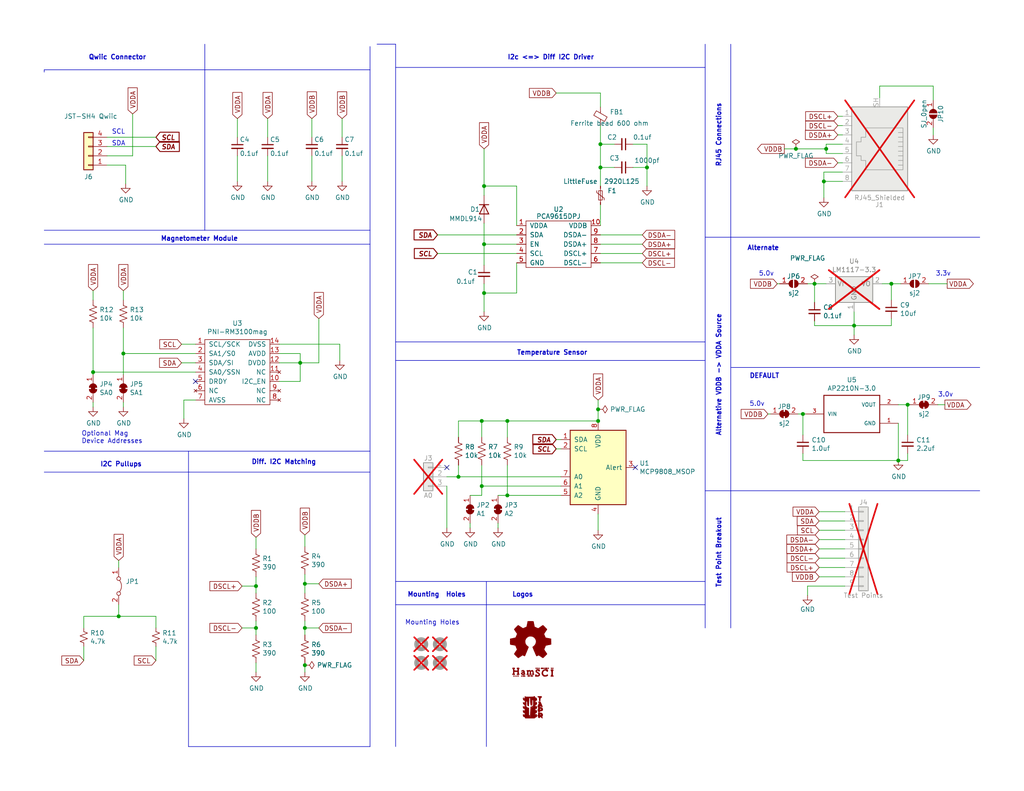
<source format=kicad_sch>
(kicad_sch (version 20230121) (generator eeschema)
  (paper "A")
  (title_block (title "RM3100Remote") (date "2023-10-09") (rev "0.0.6") (company "WWR Development, LLC"))
  (lib_symbols
    (symbol "AP2210N-3.0TRG1:AP2210N-3.0TRG1" (pin_names (offset 1.016))
      (property "Reference" "U" (at -7.366 5.334 0))
      (property "Value" "AP2210N-3.0TRG1" (at -7.366 -6.858 0))
      (symbol "AP2210N-3.0TRG1_0_0"
        (pin power_in line (at 12.7 -2.54 180) (length 5.08) (name "GND") (number "1"))
        (pin output line (at 12.7 2.54 180) (length 5.08) (name "VOUT") (number "2"))
        (pin input line (at -12.7 0 0) (length 5.08) (name "VIN") (number "3"))
      )
    )
    (symbol "Connector:RJ45_Shielded" (pin_names (offset 1.016))
      (property "Reference" "J" (at -5.08 13.97 0))
      (property "Value" "RJ45_Shielded" (at 2.54 13.97 0))
      (symbol "RJ45_Shielded_1_1"
        (pin passive line (at 10.16 -7.62 180) (length 2.54) (name "~") (number "1"))
        (pin passive line (at 10.16 -5.08 180) (length 2.54) (name "~") (number "2"))
        (pin passive line (at 10.16 -2.54 180) (length 2.54) (name "~") (number "3"))
        (pin passive line (at 10.16 0 180) (length 2.54) (name "~") (number "4"))
        (pin passive line (at 10.16 2.54 180) (length 2.54) (name "~") (number "5"))
        (pin passive line (at 10.16 5.08 180) (length 2.54) (name "~") (number "6"))
        (pin passive line (at 10.16 7.62 180) (length 2.54) (name "~") (number "7"))
        (pin passive line (at 10.16 10.16 180) (length 2.54) (name "~") (number "8"))
        (pin passive line (at 0 -12.7 90) (length 2.54) (name "~") (number "SH"))
      )
    )
    (symbol "Connector_Generic:Conn_01x03" (pin_names (offset 1.016) hide)
      (property "Reference" "J" (at 0 5.08 0))
      (property "Value" "Conn_01x03" (at 0 -5.08 0))
      (symbol "Conn_01x03_1_1"
        (pin passive line (at -5.08 2.54 0) (length 3.81) (name "Pin_1") (number "1"))
        (pin passive line (at -5.08 0 0) (length 3.81) (name "Pin_2") (number "2"))
        (pin passive line (at -5.08 -2.54 0) (length 3.81) (name "Pin_3") (number "3"))
      )
    )
    (symbol "Connector_Generic:Conn_01x04" (pin_names (offset 1.016) hide)
      (property "Reference" "J" (at 0 5.08 0))
      (property "Value" "Conn_01x04" (at 0 -7.62 0))
      (symbol "Conn_01x04_1_1"
        (pin passive line (at -5.08 2.54 0) (length 3.81) (name "Pin_1") (number "1"))
        (pin passive line (at -5.08 0 0) (length 3.81) (name "Pin_2") (number "2"))
        (pin passive line (at -5.08 -2.54 0) (length 3.81) (name "Pin_3") (number "3"))
        (pin passive line (at -5.08 -5.08 0) (length 3.81) (name "Pin_4") (number "4"))
      )
    )
    (symbol "Connector_Generic:Conn_01x09" (pin_names (offset 1.016) hide)
      (property "Reference" "J" (at 0 12.7 0))
      (property "Value" "Conn_01x09" (at 0 -12.7 0))
      (symbol "Conn_01x09_1_1"
        (pin passive line (at -5.08 10.16 0) (length 3.81) (name "Pin_1") (number "1"))
        (pin passive line (at -5.08 7.62 0) (length 3.81) (name "Pin_2") (number "2"))
        (pin passive line (at -5.08 5.08 0) (length 3.81) (name "Pin_3") (number "3"))
        (pin passive line (at -5.08 2.54 0) (length 3.81) (name "Pin_4") (number "4"))
        (pin passive line (at -5.08 0 0) (length 3.81) (name "Pin_5") (number "5"))
        (pin passive line (at -5.08 -2.54 0) (length 3.81) (name "Pin_6") (number "6"))
        (pin passive line (at -5.08 -5.08 0) (length 3.81) (name "Pin_7") (number "7"))
        (pin passive line (at -5.08 -7.62 0) (length 3.81) (name "Pin_8") (number "8"))
        (pin passive line (at -5.08 -10.16 0) (length 3.81) (name "Pin_9") (number "9"))
      )
    )
    (symbol "Device:C_Small" (pin_numbers hide) (pin_names (offset 0.254) hide)
      (property "Reference" "C" (at 0.254 1.778 0))
      (property "Value" "C_Small" (at 0.254 -2.032 0))
      (symbol "C_Small_1_1"
        (pin passive line (at 0 2.54 270) (length 2.032) (name "~") (number "1"))
        (pin passive line (at 0 -2.54 90) (length 2.032) (name "~") (number "2"))
      )
    )
    (symbol "Device:FerriteBead_Small" (pin_numbers hide) (pin_names (offset 0))
      (property "Reference" "FB" (at 1.905 1.27 0))
      (property "Value" "FerriteBead_Small" (at 1.905 -1.27 0))
      (symbol "FerriteBead_Small_1_1"
        (pin passive line (at 0 2.54 270) (length 1.27) (name "~") (number "1"))
        (pin passive line (at 0 -2.54 90) (length 1.27) (name "~") (number "2"))
      )
    )
    (symbol "Device:Polyfuse_Small" (pin_numbers hide) (pin_names (offset 0))
      (property "Reference" "F" (at -1.905 0 90))
      (property "Value" "Polyfuse_Small" (at 1.905 0 90))
      (symbol "Polyfuse_Small_1_1"
        (pin passive line (at 0 2.54 270) (length 0.635) (name "~") (number "1"))
        (pin passive line (at 0 -2.54 90) (length 0.635) (name "~") (number "2"))
      )
    )
    (symbol "Device:R_Small_US" (pin_numbers hide) (pin_names (offset 0.254) hide)
      (property "Reference" "R" (at 0.762 0.508 0))
      (property "Value" "R_Small_US" (at 0.762 -1.016 0))
      (symbol "R_Small_US_1_1"
        (pin passive line (at 0 2.54 270) (length 1.016) (name "~") (number "1"))
        (pin passive line (at 0 -2.54 90) (length 1.016) (name "~") (number "2"))
      )
    )
    (symbol "Device:R_US" (pin_numbers hide) (pin_names (offset 0))
      (property "Reference" "R" (at 2.54 0 90))
      (property "Value" "R_US" (at -2.54 0 90))
      (symbol "R_US_1_1"
        (pin passive line (at 0 3.81 270) (length 1.27) (name "~") (number "1"))
        (pin passive line (at 0 -3.81 90) (length 1.27) (name "~") (number "2"))
      )
    )
    (symbol "Diode:1N4148" (pin_numbers hide) (pin_names hide)
      (property "Reference" "D" (at 0 2.54 0))
      (property "Value" "1N4148" (at 0 -2.54 0))
      (symbol "1N4148_1_1"
        (pin passive line (at -3.81 0 0) (length 2.54) (name "K") (number "1"))
        (pin passive line (at 3.81 0 180) (length 2.54) (name "A") (number "2"))
      )
    )
    (symbol "Graphic:Logo_Open_Hardware_Small" (in_bom no) (on_board no))
    (symbol "HamSCI Logos:LOGO" (pin_names (offset 1.016)))
    (symbol "Jumper:Jumper_2_Bridged" (pin_names (offset 0) hide)
      (property "Reference" "JP" (at 0 1.905 0))
      (property "Value" "Jumper_2_Bridged" (at 0 -2.54 0))
      (symbol "Jumper_2_Bridged_1_1"
        (pin passive line (at -5.08 0 0) (length 2.54) (name "A") (number "1"))
        (pin passive line (at 5.08 0 180) (length 2.54) (name "B") (number "2"))
      )
    )
    (symbol "Jumper:SolderJumper_2_Bridged" (pin_names (offset 0) hide)
      (property "Reference" "JP" (at 0 2.032 0))
      (property "Value" "SolderJumper_2_Bridged" (at 0 -2.54 0))
      (symbol "SolderJumper_2_Bridged_1_1"
        (pin passive line (at -3.81 0 0) (length 2.54) (name "A") (number "1"))
        (pin passive line (at 3.81 0 180) (length 2.54) (name "B") (number "2"))
      )
    )
    (symbol "Jumper:SolderJumper_2_Open" (pin_names (offset 0) hide)
      (property "Reference" "JP" (at 0 2.032 0))
      (property "Value" "SolderJumper_2_Open" (at 0 -2.54 0))
      (symbol "SolderJumper_2_Open_1_1"
        (pin passive line (at -3.81 0 0) (length 2.54) (name "A") (number "1"))
        (pin passive line (at 3.81 0 180) (length 2.54) (name "B") (number "2"))
      )
    )
    (symbol "Mechanical:MountingHole" (pin_names (offset 1.016))
      (property "Reference" "H" (at 0 5.08 0))
      (property "Value" "MountingHole" (at 0 3.175 0))
    )
    (symbol "Regulator_Linear:LM1117MP-3.3"
      (property "Reference" "U" (at -3.81 3.175 0))
      (property "Value" "LM1117MP-3.3" (at 0 3.175 0))
      (symbol "LM1117MP-3.3_1_1"
        (pin power_in line (at 0 -7.62 90) (length 2.54) (name "GND") (number "1"))
        (pin power_out line (at 7.62 0 180) (length 2.54) (name "VO") (number "2"))
        (pin power_in line (at -7.62 0 0) (length 2.54) (name "VI") (number "3"))
      )
    )
    (symbol "Sensor_Temp_Lib:MCP9808_MSOP" (pin_names (offset 1.016))
      (property "Reference" "U" (at -6.35 11.43 0))
      (property "Value" "MCP9808_MSOP" (at 10.16 11.43 0))
      (symbol "MCP9808_MSOP_1_1"
        (pin bidirectional line (at -10.16 7.62 0) (length 2.54) (name "SDA") (number "1"))
        (pin input line (at -10.16 5.08 0) (length 2.54) (name "SCL") (number "2"))
        (pin unspecified line (at 10.16 0 180) (length 2.54) (name "Alert") (number "3"))
        (pin power_in line (at 0 -12.7 90) (length 2.54) (name "GND") (number "4"))
        (pin input line (at -10.16 -7.62 0) (length 2.54) (name "A2") (number "5"))
        (pin input line (at -10.16 -5.08 0) (length 2.54) (name "A1") (number "6"))
        (pin input line (at -10.16 -2.54 0) (length 2.54) (name "A0") (number "7"))
        (pin power_in line (at 0 12.7 270) (length 2.54) (name "VDD") (number "8"))
      )
    )
    (symbol "TAPR Logos:LOGO" (pin_names (offset 1.016)))
    (symbol "interface_local:PCA9615DPJ" (pin_names (offset 1.016))
      (property "Reference" "U" (at 0 9.525 0))
      (property "Value" "PCA9615DPJ" (at 0 -8.89 0))
      (symbol "PCA9615DPJ_1_1"
        (pin input line (at -11.43 5.08 0) (length 2.54) (name "VDDA") (number "1"))
        (pin input line (at 11.43 5.08 180) (length 2.54) (name "VDDB") (number "10"))
        (pin input line (at -11.43 2.54 0) (length 2.54) (name "SDA") (number "2"))
        (pin input line (at -11.43 0 0) (length 2.54) (name "EN") (number "3"))
        (pin input line (at -11.43 -2.54 0) (length 2.54) (name "SCL") (number "4"))
        (pin input line (at -11.43 -5.08 0) (length 2.54) (name "GND") (number "5"))
        (pin input line (at 11.43 -5.08 180) (length 2.54) (name "DSCL-") (number "6"))
        (pin bidirectional line (at 11.43 -2.54 180) (length 2.54) (name "DSCL+") (number "7"))
        (pin input line (at 11.43 0 180) (length 2.54) (name "DSDA+") (number "8"))
        (pin input line (at 11.43 2.54 180) (length 2.54) (name "DSDA-") (number "9"))
      )
    )
    (symbol "interface_local:PNI-RM3100mag" (pin_names (offset 1.016))
      (property "Reference" "U" (at 0 9.525 0))
      (property "Value" "PNI-RM3100mag" (at 0 -13.97 0))
      (symbol "PNI-RM3100mag_1_1"
        (pin passive line (at -11.43 5.08 0) (length 2.54) (name "SCL/SCK") (number "1"))
        (pin passive line (at 11.43 -5.08 180) (length 2.54) (name "I2C_EN") (number "10"))
        (pin no_connect line (at 11.43 -2.54 180) (length 2.54) (name "NC") (number "11"))
        (pin passive line (at 11.43 0 180) (length 2.54) (name "DVDD") (number "12"))
        (pin passive line (at 11.43 2.54 180) (length 2.54) (name "AVDD") (number "13"))
        (pin passive line (at 11.43 5.08 180) (length 2.54) (name "DVSS") (number "14"))
        (pin passive line (at -11.43 2.54 0) (length 2.54) (name "SA1/S0") (number "2"))
        (pin passive line (at -11.43 0 0) (length 2.54) (name "SDA/SI") (number "3"))
        (pin passive line (at -11.43 -2.54 0) (length 2.54) (name "SA0/SSN") (number "4"))
        (pin output line (at -11.43 -5.08 0) (length 2.54) (name "DRDY") (number "5"))
        (pin no_connect line (at -11.43 -7.62 0) (length 2.54) (name "NC") (number "6"))
        (pin passive line (at -11.43 -10.16 0) (length 2.54) (name "AVSS") (number "7"))
        (pin no_connect line (at 11.43 -10.16 180) (length 2.54) (name "NC") (number "8"))
        (pin no_connect line (at 11.43 -7.62 180) (length 2.54) (name "NC") (number "9"))
      )
    )
    (symbol "power:GND" (power) (pin_names (offset 0))
      (property "Value" "GND" (at 0 -3.81 0))
      (symbol "GND_1_1"
        (pin power_in line (at 0 0 270) (length 0) hide (name "GND") (number "1"))
      )
    )
    (symbol "power:PWR_FLAG" (power) (pin_numbers hide) (pin_names (offset 0) hide)
      (property "Value" "PWR_FLAG" (at 0 3.81 0))
      (symbol "PWR_FLAG_0_0"
        (pin power_out line (at 0 0 90) (length 0) (name "pwr") (number "1"))
      )
    )
  )
  (junction (at 25.4 101.6))
  (junction (at 243.205 77.47))
  (junction (at 245.11 125.73))
  (junction (at 163.195 114.935))
  (junction (at 163.195 111.76))
  (junction (at 83.185 181.61))
  (junction (at 132.08 50.8))
  (junction (at 69.85 160.02))
  (junction (at 125.095 130.175))
  (junction (at 163.83 39.37))
  (junction (at 83.185 171.45))
  (junction (at 217.17 40.64))
  (junction (at 32.385 168.275))
  (junction (at 81.915 99.06))
  (junction (at 247.65 110.49))
  (junction (at 138.43 114.935))
  (junction (at 233.045 88.9))
  (junction (at 225.425 40.64))
  (junction (at 33.655 96.52))
  (junction (at 131.445 132.715))
  (junction (at 69.85 171.45))
  (junction (at 138.43 135.255))
  (junction (at 224.79 49.53))
  (junction (at 83.185 159.385))
  (junction (at 219.075 113.03))
  (junction (at 132.08 80.01))
  (junction (at 163.83 45.72))
  (junction (at 176.53 45.72))
  (junction (at 132.08 66.675))
  (junction (at 131.445 114.935))
  (junction (at 222.25 77.47))
  (no_connect (at 53.34 104.14))
  (no_connect (at 121.92 127.635))
  (no_connect (at 173.355 127.635))
  (polyline (pts (xy 12.065 123.19) (xy 100.965 123.19)))
  (wire (pts (xy 230.505 144.78) (xy 223.52 144.78)))
  (wire (pts (xy 29.21 37.465) (xy 42.545 37.465)))
  (polyline (pts (xy 55.88 12.065) (xy 55.88 62.865)))
  (polyline (pts (xy 199.39 100.33) (xy 267.335 100.33)))
  (wire (pts (xy 92.71 93.98) (xy 92.71 98.425)))
  (wire (pts (xy 225.425 39.37) (xy 229.87 39.37)))
  (wire (pts (xy 163.195 140.335) (xy 163.195 144.78)))
  (wire (pts (xy 230.505 142.24) (xy 223.52 142.24)))
  (wire (pts (xy 163.83 66.675) (xy 175.26 66.675)))
  (wire (pts (xy 230.505 152.4) (xy 223.52 152.4)))
  (polyline (pts (xy 100.965 12.7) (xy 100.965 203.835)))
  (wire (pts (xy 53.34 99.06) (xy 49.53 99.06)))
  (wire (pts (xy 132.08 80.01) (xy 132.08 85.09)))
  (wire (pts (xy 33.655 102.235) (xy 33.655 96.52)))
  (wire (pts (xy 222.25 77.47) (xy 222.25 82.55)))
  (polyline (pts (xy 51.435 203.835) (xy 51.435 123.19)))
  (wire (pts (xy 153.035 122.555) (xy 151.765 122.555)))
  (wire (pts (xy 172.72 45.72) (xy 176.53 45.72)))
  (wire (pts (xy 76.2 96.52) (xy 81.915 96.52)))
  (wire (pts (xy 247.65 110.49) (xy 247.65 118.745)))
  (wire (pts (xy 140.97 80.01) (xy 132.08 80.01)))
  (polyline (pts (xy 102.87 12.065) (xy 107.95 12.065)))
  (wire (pts (xy 213.995 40.64) (xy 217.17 40.64)))
  (wire (pts (xy 243.205 77.47) (xy 243.205 81.915)))
  (wire (pts (xy 229.87 31.75) (xy 228.6 31.75)))
  (wire (pts (xy 153.035 135.255) (xy 138.43 135.255)))
  (wire (pts (xy 132.08 77.47) (xy 132.08 80.01)))
  (wire (pts (xy 42.545 176.53) (xy 42.545 180.34)))
  (wire (pts (xy 163.195 109.22) (xy 163.195 111.76)))
  (wire (pts (xy 163.83 25.4) (xy 151.765 25.4)))
  (wire (pts (xy 132.08 66.675) (xy 132.08 72.39)))
  (wire (pts (xy 243.205 88.9) (xy 233.045 88.9)))
  (wire (pts (xy 163.83 69.215) (xy 175.26 69.215)))
  (wire (pts (xy 34.29 45.085) (xy 34.29 50.165)))
  (wire (pts (xy 83.185 149.225) (xy 83.185 146.05)))
  (polyline (pts (xy 192.405 12.065) (xy 192.405 171.45)))
  (wire (pts (xy 69.85 169.545) (xy 69.85 171.45)))
  (polyline (pts (xy 107.95 98.425) (xy 192.405 98.425)))
  (wire (pts (xy 86.995 99.06) (xy 86.995 86.995)))
  (wire (pts (xy 32.385 153.035) (xy 32.385 154.94)))
  (wire (pts (xy 153.035 132.715) (xy 131.445 132.715)))
  (wire (pts (xy 233.045 85.09) (xy 233.045 88.9)))
  (wire (pts (xy 83.185 169.545) (xy 83.185 171.45)))
  (wire (pts (xy 83.185 159.385) (xy 86.995 159.385)))
  (wire (pts (xy 230.505 139.7) (xy 223.52 139.7)))
  (wire (pts (xy 76.2 93.98) (xy 92.71 93.98)))
  (wire (pts (xy 83.185 180.975) (xy 83.185 181.61)))
  (polyline (pts (xy 107.95 93.345) (xy 192.405 93.345)))
  (wire (pts (xy 245.11 110.49) (xy 247.65 110.49)))
  (wire (pts (xy 172.72 39.37) (xy 176.53 39.37)))
  (wire (pts (xy 81.915 96.52) (xy 81.915 99.06)))
  (polyline (pts (xy 107.95 165.1) (xy 192.405 165.1)))
  (wire (pts (xy 76.2 99.06) (xy 81.915 99.06)))
  (wire (pts (xy 131.445 127) (xy 131.445 132.715)))
  (wire (pts (xy 209.55 113.03) (xy 210.185 113.03)))
  (wire (pts (xy 121.92 132.715) (xy 121.92 144.145)))
  (wire (pts (xy 69.85 171.45) (xy 69.85 173.355)))
  (wire (pts (xy 229.87 34.29) (xy 228.6 34.29)))
  (polyline (pts (xy 192.405 64.77) (xy 267.335 64.77)))
  (wire (pts (xy 219.075 113.03) (xy 219.71 113.03)))
  (wire (pts (xy 29.21 45.085) (xy 34.29 45.085)))
  (wire (pts (xy 163.195 111.76) (xy 163.195 114.935)))
  (wire (pts (xy 212.09 77.47) (xy 212.725 77.47)))
  (polyline (pts (xy 100.965 203.835) (xy 51.435 203.835)))
  (wire (pts (xy 140.97 66.675) (xy 132.08 66.675)))
  (wire (pts (xy 230.505 149.86) (xy 223.52 149.86)))
  (wire (pts (xy 233.045 88.9) (xy 233.045 91.44)))
  (wire (pts (xy 119.38 64.135) (xy 140.97 64.135)))
  (wire (pts (xy 83.185 181.61) (xy 83.185 183.515)))
  (wire (pts (xy 69.85 157.48) (xy 69.85 160.02)))
  (wire (pts (xy 81.915 99.06) (xy 81.915 104.14)))
  (wire (pts (xy 140.97 71.755) (xy 140.97 80.01)))
  (polyline (pts (xy 132.715 158.75) (xy 132.715 203.835)))
  (wire (pts (xy 224.79 46.99) (xy 224.79 49.53)))
  (wire (pts (xy 85.09 37.465) (xy 85.09 32.385)))
  (wire (pts (xy 32.385 165.1) (xy 32.385 168.275)))
  (wire (pts (xy 83.185 171.45) (xy 86.995 171.45)))
  (wire (pts (xy 217.17 40.64) (xy 225.425 40.64)))
  (wire (pts (xy 69.85 180.975) (xy 69.85 183.515)))
  (wire (pts (xy 125.095 130.175) (xy 153.035 130.175)))
  (wire (pts (xy 245.11 125.73) (xy 247.65 125.73)))
  (wire (pts (xy 222.25 88.9) (xy 233.045 88.9)))
  (wire (pts (xy 219.075 113.03) (xy 219.075 118.745)))
  (wire (pts (xy 230.505 154.94) (xy 223.52 154.94)))
  (wire (pts (xy 247.65 123.825) (xy 247.65 125.73)))
  (wire (pts (xy 25.4 109.855) (xy 25.4 111.125)))
  (polyline (pts (xy 100.965 19.05) (xy 12.065 19.05)))
  (wire (pts (xy 73.025 42.545) (xy 73.025 49.53)))
  (wire (pts (xy 163.83 39.37) (xy 163.83 45.72)))
  (wire (pts (xy 135.89 135.255) (xy 138.43 135.255)))
  (wire (pts (xy 138.43 114.935) (xy 138.43 119.38)))
  (wire (pts (xy 217.805 113.03) (xy 219.075 113.03)))
  (wire (pts (xy 33.655 109.855) (xy 33.655 111.125)))
  (wire (pts (xy 25.4 79.375) (xy 25.4 81.915)))
  (wire (pts (xy 163.83 29.21) (xy 163.83 25.4)))
  (wire (pts (xy 223.52 157.48) (xy 230.505 157.48)))
  (wire (pts (xy 83.185 171.45) (xy 83.185 173.355)))
  (wire (pts (xy 176.53 45.72) (xy 176.53 50.8)))
  (wire (pts (xy 248.285 110.49) (xy 247.65 110.49)))
  (wire (pts (xy 222.25 87.63) (xy 222.25 88.9)))
  (wire (pts (xy 219.075 125.73) (xy 245.11 125.73)))
  (wire (pts (xy 167.64 39.37) (xy 163.83 39.37)))
  (wire (pts (xy 85.09 42.545) (xy 85.09 49.53)))
  (wire (pts (xy 83.185 156.845) (xy 83.185 159.385)))
  (polyline (pts (xy 12.065 128.905) (xy 100.965 128.905)))
  (polyline (pts (xy 107.95 158.75) (xy 192.405 158.75)))
  (polyline (pts (xy 12.065 19.05) (xy 12.065 19.685)))
  (wire (pts (xy 33.655 96.52) (xy 53.34 96.52)))
  (wire (pts (xy 32.385 168.275) (xy 42.545 168.275)))
  (wire (pts (xy 243.205 86.995) (xy 243.205 88.9)))
  (wire (pts (xy 225.425 40.64) (xy 225.425 41.91)))
  (wire (pts (xy 125.095 127) (xy 125.095 130.175)))
  (wire (pts (xy 50.165 109.22) (xy 50.165 114.3)))
  (wire (pts (xy 254.635 23.495) (xy 254.635 27.305)))
  (wire (pts (xy 25.4 101.6) (xy 53.34 101.6)))
  (wire (pts (xy 255.905 110.49) (xy 257.81 110.49)))
  (wire (pts (xy 240.03 23.495) (xy 254.635 23.495)))
  (wire (pts (xy 93.345 37.465) (xy 93.345 32.385)))
  (wire (pts (xy 33.655 89.535) (xy 33.655 96.52)))
  (wire (pts (xy 135.89 142.875) (xy 135.89 144.145)))
  (polyline (pts (xy 199.39 12.065) (xy 199.39 171.45)))
  (wire (pts (xy 119.38 69.215) (xy 140.97 69.215)))
  (wire (pts (xy 83.185 159.385) (xy 83.185 161.925)))
  (polyline (pts (xy 107.95 12.065) (xy 107.95 203.835)))
  (wire (pts (xy 22.86 171.45) (xy 22.86 168.275)))
  (wire (pts (xy 29.21 42.545) (xy 36.195 42.545)))
  (wire (pts (xy 132.08 60.96) (xy 132.08 66.675)))
  (wire (pts (xy 230.505 160.02) (xy 220.345 160.02)))
  (wire (pts (xy 69.85 160.02) (xy 69.85 161.925)))
  (wire (pts (xy 240.665 77.47) (xy 243.205 77.47)))
  (wire (pts (xy 254.635 34.925) (xy 254.635 36.83)))
  (wire (pts (xy 225.425 41.91) (xy 229.87 41.91)))
  (wire (pts (xy 245.745 77.47) (xy 243.205 77.47)))
  (wire (pts (xy 125.095 114.935) (xy 131.445 114.935)))
  (wire (pts (xy 53.34 109.22) (xy 50.165 109.22)))
  (wire (pts (xy 132.08 40.64) (xy 132.08 50.8)))
  (wire (pts (xy 163.83 64.135) (xy 175.26 64.135)))
  (wire (pts (xy 36.195 42.545) (xy 36.195 31.115)))
  (wire (pts (xy 140.97 61.595) (xy 140.97 50.8)))
  (wire (pts (xy 219.075 123.825) (xy 219.075 125.73)))
  (polyline (pts (xy 12.065 66.675) (xy 100.965 66.675)))
  (wire (pts (xy 25.4 89.535) (xy 25.4 101.6)))
  (wire (pts (xy 245.11 115.57) (xy 245.11 125.73)))
  (wire (pts (xy 25.4 101.6) (xy 25.4 102.235)))
  (wire (pts (xy 140.97 50.8) (xy 132.08 50.8)))
  (wire (pts (xy 138.43 127) (xy 138.43 135.255)))
  (wire (pts (xy 229.87 46.99) (xy 224.79 46.99)))
  (wire (pts (xy 131.445 135.255) (xy 131.445 132.715)))
  (wire (pts (xy 69.85 171.45) (xy 66.04 171.45)))
  (wire (pts (xy 73.025 37.465) (xy 73.025 32.385)))
  (wire (pts (xy 253.365 77.47) (xy 258.445 77.47)))
  (wire (pts (xy 163.83 71.755) (xy 175.26 71.755)))
  (wire (pts (xy 22.86 168.275) (xy 32.385 168.275)))
  (wire (pts (xy 224.79 49.53) (xy 224.79 53.975)))
  (wire (pts (xy 69.85 149.86) (xy 69.85 146.685)))
  (wire (pts (xy 93.345 42.545) (xy 93.345 49.53)))
  (wire (pts (xy 131.445 114.935) (xy 131.445 119.38)))
  (wire (pts (xy 64.77 37.465) (xy 64.77 32.385)))
  (wire (pts (xy 220.345 77.47) (xy 222.25 77.47)))
  (wire (pts (xy 76.2 104.14) (xy 81.915 104.14)))
  (wire (pts (xy 131.445 114.935) (xy 138.43 114.935)))
  (wire (pts (xy 33.655 79.375) (xy 33.655 81.915)))
  (wire (pts (xy 64.77 42.545) (xy 64.77 49.53)))
  (wire (pts (xy 230.505 147.32) (xy 223.52 147.32)))
  (wire (pts (xy 153.035 120.015) (xy 151.765 120.015)))
  (wire (pts (xy 163.83 55.88) (xy 163.83 61.595)))
  (wire (pts (xy 132.08 50.8) (xy 132.08 53.34)))
  (polyline (pts (xy 192.405 133.985) (xy 267.335 133.985)))
  (wire (pts (xy 138.43 114.935) (xy 163.195 114.935)))
  (wire (pts (xy 229.87 49.53) (xy 224.79 49.53)))
  (wire (pts (xy 167.64 45.72) (xy 163.83 45.72)))
  (wire (pts (xy 128.27 142.875) (xy 128.27 144.145)))
  (polyline (pts (xy 12.065 62.865) (xy 100.965 62.865)))
  (wire (pts (xy 240.03 26.67) (xy 240.03 23.495)))
  (wire (pts (xy 125.095 114.935) (xy 125.095 119.38)))
  (wire (pts (xy 163.83 45.72) (xy 163.83 50.8)))
  (wire (pts (xy 29.21 40.005) (xy 42.545 40.005)))
  (wire (pts (xy 81.915 99.06) (xy 86.995 99.06)))
  (wire (pts (xy 176.53 39.37) (xy 176.53 45.72)))
  (wire (pts (xy 228.6 44.45) (xy 229.87 44.45)))
  (wire (pts (xy 128.27 135.255) (xy 131.445 135.255)))
  (wire (pts (xy 121.92 130.175) (xy 125.095 130.175)))
  (wire (pts (xy 228.6 36.83) (xy 229.87 36.83)))
  (wire (pts (xy 69.85 160.02) (xy 66.04 160.02)))
  (polyline (pts (xy 107.95 18.415) (xy 192.405 18.415)))
  (wire (pts (xy 222.25 77.47) (xy 225.425 77.47)))
  (wire (pts (xy 42.545 168.275) (xy 42.545 171.45)))
  (wire (pts (xy 22.86 176.53) (xy 22.86 180.34)))
  (wire (pts (xy 220.345 160.02) (xy 220.345 162.56)))
  (wire (pts (xy 225.425 39.37) (xy 225.425 40.64)))
  (wire (pts (xy 53.34 93.98) (xy 49.53 93.98)))
  (wire (pts (xy 163.83 34.29) (xy 163.83 39.37)))
  (text "Mounting Holes" (at 110.49 170.815 0) (effects (font (size 1.27 1.27)) (justify left bottom)))
  (text "Optional Mag \nDevice Addresses" (at 22.225 121.285 0) (effects (font (size 1.27 1.27)) (justify left bottom)))
  (text "Diff. I2C Matching" (at 68.58 127 0) (effects (font (size 1.27 1.27) (thickness 0.254) bold) (justify left bottom)))
  (text "Alternative VDDB -> VDDA Source" (at 196.85 85.725 90) (effects (font (size 1.27 1.27) (thickness 0.254) bold) (justify right bottom)))
  (text "Temperature Sensor" (at 140.97 97.155 0) (effects (font (size 1.27 1.27) (thickness 0.254) bold) (justify left bottom)))
  (text "SDA" (at 30.48 40.005 0) (effects (font (size 1.27 1.27)) (justify left bottom)))
  (text "Alternate" (at 203.835 68.58 0) (effects (font (size 1.27 1.27) (thickness 0.254) bold) (justify left bottom)))
  (text "DEFAULT" (at 204.47 103.505 0) (effects (font (size 1.27 1.27) (thickness 0.254) bold) (justify left bottom)))
  (text "RJ45 Connections" (at 196.85 45.72 90) (effects (font (size 1.27 1.27) (thickness 0.254) bold) (justify left bottom)))
  (text "SCL" (at 30.48 36.83 0) (effects (font (size 1.27 1.27)) (justify left bottom)))
  (text "Mounting  Holes" (at 111.125 163.195 0) (effects (font (size 1.27 1.27) (thickness 0.254) bold) (justify left bottom)))
  (text "3.3v" (at 255.27 75.565 0) (effects (font (size 1.27 1.27)) (justify left bottom)))
  (text "5.0v" (at 204.47 111.125 0) (effects (font (size 1.27 1.27)) (justify left bottom)))
  (text "5.0v" (at 207.01 75.565 0) (effects (font (size 1.27 1.27)) (justify left bottom)))
  (text "I2c <=> Diff I2C Driver" (at 138.43 16.51 0) (effects (font (size 1.27 1.27) (thickness 0.254) bold) (justify left bottom)))
  (text "I2C Pullups" (at 27.305 127.635 0) (effects (font (size 1.27 1.27) (thickness 0.254) bold) (justify left bottom)))
  (text "3.0v" (at 255.905 108.585 0) (effects (font (size 1.27 1.27)) (justify left bottom)))
  (text "Magnetometer Module" (at 43.815 66.04 0) (effects (font (size 1.27 1.27) (thickness 0.254) bold) (justify left bottom)))
  (text "Qwiic Connector" (at 24.13 16.51 0) (effects (font (size 1.27 1.27) (thickness 0.254) bold) (justify left bottom)))
  (text "Test Point Breakout" (at 196.85 160.655 90) (effects (font (size 1.27 1.27) (thickness 0.254) bold) (justify left bottom)))
  (text "Logos" (at 139.7 163.195 0) (effects (font (size 1.27 1.27) (thickness 0.254) bold) (justify left bottom)))
  (global_label "SDA" (shape input) (at 223.52 142.24 180) (property "Intersheetrefs" "${INTERSHEET_REFS}" (effects hide)))
  (global_label "VDDB" (shape input) (at 223.52 157.48 180) (property "Intersheetrefs" "${INTERSHEET_REFS}" (effects hide)))
  (global_label "VDDB" (shape input) (at 85.09 32.385 90) (property "Intersheetrefs" "${INTERSHEET_REFS}" (effects hide)))
  (global_label "DSCL-" (shape input) (at 228.6 34.29 180) (property "Intersheetrefs" "${INTERSHEET_REFS}" (effects hide)))
  (global_label "SCL" (shape input) (at 42.545 180.34 180) (property "Intersheetrefs" "${INTERSHEET_REFS}" (effects hide)))
  (global_label "VDDA" (shape input) (at 86.995 86.995 90) (property "Intersheetrefs" "${INTERSHEET_REFS}" (effects hide)))
  (global_label "DSDA+" (shape input) (at 175.26 66.675 0) (property "Intersheetrefs" "${INTERSHEET_REFS}" (effects hide)))
  (global_label "VDDB" (shape input) (at 93.345 32.385 90) (property "Intersheetrefs" "${INTERSHEET_REFS}" (effects hide)))
  (global_label "DSCL+" (shape input) (at 223.52 154.94 180) (property "Intersheetrefs" "${INTERSHEET_REFS}" (effects hide)))
  (global_label "DSDA+" (shape input) (at 228.6 36.83 180) (property "Intersheetrefs" "${INTERSHEET_REFS}" (effects hide)))
  (global_label "DSCL+" (shape input) (at 228.6 31.75 180) (property "Intersheetrefs" "${INTERSHEET_REFS}" (effects hide)))
  (global_label "VDDB" (shape input) (at 209.55 113.03 180) (property "Intersheetrefs" "${INTERSHEET_REFS}" (effects hide)))
  (global_label "SCL" (shape input) (at 49.53 93.98 180) (property "Intersheetrefs" "${INTERSHEET_REFS}" (effects hide)))
  (global_label "VDDA" (shape input) (at 32.385 153.035 90) (property "Intersheetrefs" "${INTERSHEET_REFS}" (effects hide)))
  (global_label "VDDA" (shape input) (at 33.655 79.375 90) (property "Intersheetrefs" "${INTERSHEET_REFS}" (effects hide)))
  (global_label "DSDA-" (shape input) (at 223.52 147.32 180) (property "Intersheetrefs" "${INTERSHEET_REFS}" (effects hide)))
  (global_label "SDA" (shape input) (at 42.545 40.005 0) (effects (font (thickness 0.254) bold italic)) (property "Intersheetrefs" "${INTERSHEET_REFS}" (effects hide)))
  (global_label "DSDA+" (shape input) (at 86.995 159.385 0) (property "Intersheetrefs" "${INTERSHEET_REFS}" (effects hide)))
  (global_label "VDDA" (shape output) (at 258.445 77.47 0) (property "Intersheetrefs" "${INTERSHEET_REFS}" (effects hide)))
  (global_label "SDA" (shape input) (at 49.53 99.06 180) (property "Intersheetrefs" "${INTERSHEET_REFS}" (effects hide)))
  (global_label "DSDA-" (shape input) (at 228.6 44.45 180) (property "Intersheetrefs" "${INTERSHEET_REFS}" (effects hide)))
  (global_label "DSDA-" (shape input) (at 86.995 171.45 0) (property "Intersheetrefs" "${INTERSHEET_REFS}" (effects hide)))
  (global_label "SDA" (shape input) (at 119.38 64.135 180) (effects (font (thickness 0.254) bold italic)) (property "Intersheetrefs" "${INTERSHEET_REFS}" (effects hide)))
  (global_label "DSCL-" (shape input) (at 223.52 152.4 180) (property "Intersheetrefs" "${INTERSHEET_REFS}" (effects hide)))
  (global_label "VDDB" (shape output) (at 213.995 40.64 180) (property "Intersheetrefs" "${INTERSHEET_REFS}" (effects hide)))
  (global_label "DSCL+" (shape input) (at 175.26 69.215 0) (property "Intersheetrefs" "${INTERSHEET_REFS}" (effects hide)))
  (global_label "VDDA" (shape input) (at 163.195 109.22 90) (property "Intersheetrefs" "${INTERSHEET_REFS}" (effects hide)))
  (global_label "VDDA" (shape input) (at 36.195 31.115 90) (property "Intersheetrefs" "${INTERSHEET_REFS}" (effects hide)))
  (global_label "SDA" (shape input) (at 151.765 120.015 180) (effects (font (thickness 0.254) bold italic)) (property "Intersheetrefs" "${INTERSHEET_REFS}" (effects hide)))
  (global_label "VDDA" (shape output) (at 257.81 110.49 0) (property "Intersheetrefs" "${INTERSHEET_REFS}" (effects hide)))
  (global_label "DSDA+" (shape input) (at 223.52 149.86 180) (property "Intersheetrefs" "${INTERSHEET_REFS}" (effects hide)))
  (global_label "SCL" (shape input) (at 223.52 144.78 180) (property "Intersheetrefs" "${INTERSHEET_REFS}" (effects hide)))
  (global_label "DSCL-" (shape input) (at 66.04 171.45 180) (property "Intersheetrefs" "${INTERSHEET_REFS}" (effects hide)))
  (global_label "DSDA-" (shape input) (at 175.26 64.135 0) (property "Intersheetrefs" "${INTERSHEET_REFS}" (effects hide)))
  (global_label "VDDA" (shape input) (at 73.025 32.385 90) (property "Intersheetrefs" "${INTERSHEET_REFS}" (effects hide)))
  (global_label "SCL" (shape input) (at 151.765 122.555 180) (effects (font (thickness 0.254) bold italic)) (property "Intersheetrefs" "${INTERSHEET_REFS}" (effects hide)))
  (global_label "VDDA" (shape input) (at 132.08 40.64 90) (property "Intersheetrefs" "${INTERSHEET_REFS}" (effects hide)))
  (global_label "VDDB" (shape input) (at 151.765 25.4 180) (property "Intersheetrefs" "${INTERSHEET_REFS}" (effects hide)))
  (global_label "DSCL+" (shape input) (at 66.04 160.02 180) (property "Intersheetrefs" "${INTERSHEET_REFS}" (effects hide)))
  (global_label "DSCL-" (shape input) (at 175.26 71.755 0) (property "Intersheetrefs" "${INTERSHEET_REFS}" (effects hide)))
  (global_label "VDDA" (shape input) (at 25.4 79.375 90) (property "Intersheetrefs" "${INTERSHEET_REFS}" (effects hide)))
  (global_label "SDA" (shape input) (at 22.86 180.34 180) (property "Intersheetrefs" "${INTERSHEET_REFS}" (effects hide)))
  (global_label "VDDA" (shape input) (at 64.77 32.385 90) (property "Intersheetrefs" "${INTERSHEET_REFS}" (effects hide)))
  (global_label "SCL" (shape input) (at 42.545 37.465 0) (effects (font (thickness 0.254) bold italic)) (property "Intersheetrefs" "${INTERSHEET_REFS}" (effects hide)))
  (global_label "VDDB" (shape input) (at 212.09 77.47 180) (property "Intersheetrefs" "${INTERSHEET_REFS}" (effects hide)))
  (global_label "VDDA" (shape input) (at 223.52 139.7 180) (property "Intersheetrefs" "${INTERSHEET_REFS}" (effects hide)))
  (global_label "VDDB" (shape input) (at 83.185 146.05 90) (property "Intersheetrefs" "${INTERSHEET_REFS}" (effects hide)))
  (global_label "VDDB" (shape input) (at 69.85 146.685 90) (property "Intersheetrefs" "${INTERSHEET_REFS}" (effects hide)))
  (global_label "SCL" (shape input) (at 119.38 69.215 180) (effects (font (thickness 0.254) bold italic)) (property "Intersheetrefs" "${INTERSHEET_REFS}" (effects hide)))
  (symbol (lib_id "Mechanical:MountingHole") (at 114.935 175.895 0) (unit 1) (in_bom no) (dnp yes)
    (property "Reference" "MK1" (effects hide))
    (property "Value" "M2.5" (effects hide))
    (property "Footprint" "MountingHole:MountingHole_2.7mm_M2.5" (effects hide))
  )
  (symbol (lib_id "Mechanical:MountingHole") (at 114.935 180.975 0) (unit 1) (in_bom no) (dnp yes)
    (property "Reference" "MK2" (effects hide))
    (property "Value" "M2.5" (effects hide))
    (property "Footprint" "MountingHole:MountingHole_2.7mm_M2.5" (effects hide))
  )
  (symbol (lib_id "interface_local:PCA9615DPJ") (at 152.4 66.675 0) (unit 1)
    (property "Reference" "U2" (at 152.4 57.15 0))
    (property "Value" "PCA9615DPJ" (at 152.4 59.055 0))
    (property "Footprint" "basic-rm3100:TSSOP-10_3x3mm_P0.5mm" (effects hide))
    (property "LCSC" "C2652385" (effects hide))
  )
  (symbol (lib_id "power:GND") (at 176.53 50.8 0) (unit 1)
    (property "Reference" "#PWR010" (effects hide))
    (property "Value" "GND" (at 176.657 55.1942 0))
  )
  (symbol (lib_id "power:GND") (at 254.635 36.83 0) (unit 1)
    (property "Reference" "#PWR011" (effects hide))
    (property "Value" "GND" (at 254.762 41.2242 0))
  )
  (symbol (lib_id "Device:C_Small") (at 170.18 39.37 270) (unit 1)
    (property "Reference" "C2" (at 167.005 37.465 90))
    (property "Value" "0.1uf" (at 175.26 37.465 90))
    (property "Footprint" "Capacitor_SMD:C_0603_1608Metric" (effects hide))
    (property "LCSC" "C913909" (effects hide))
  )
  (symbol (lib_id "Device:C_Small") (at 170.18 45.72 270) (unit 1)
    (property "Reference" "C3" (at 167.64 43.18 90))
    (property "Value" "1000pf" (at 176.53 43.815 90))
    (property "Footprint" "Capacitor_SMD:C_0603_1608Metric" (effects hide))
  )
  (symbol (lib_id "Device:Polyfuse_Small") (at 163.83 53.34 0) (unit 1)
    (property "Reference" "F1" (at 165.735 52.07 0) (effects (justify left)))
    (property "Value" "LittleFuse  2920L125" (at 153.67 49.53 0) (effects (justify left)))
    (property "Footprint" "Fuse:Fuse_0805_2012Metric" (effects hide))
    (property "LCSC" "C192524" (effects hide))
  )
  (symbol (lib_id "power:GND") (at 128.27 144.145 0) (unit 1)
    (property "Reference" "#PWR024" (effects hide))
    (property "Value" "GND" (at 128.397 148.5392 0))
  )
  (symbol (lib_id "power:GND") (at 121.92 144.145 0) (unit 1)
    (property "Reference" "#PWR014" (effects hide))
    (property "Value" "GND" (at 122.047 148.5392 0))
  )
  (symbol (lib_id "power:GND") (at 135.89 144.145 0) (unit 1)
    (property "Reference" "#PWR025" (effects hide))
    (property "Value" "GND" (at 136.017 148.5392 0))
  )
  (symbol (lib_id "power:GND") (at 163.195 144.78 0) (unit 1)
    (property "Reference" "#PWR08" (effects hide))
    (property "Value" "GND" (at 163.322 149.1742 0))
  )
  (symbol (lib_id "power:GND") (at 224.79 53.975 0) (unit 1)
    (property "Reference" "#PWR015" (effects hide))
    (property "Value" "GND" (at 224.917 58.3692 0))
  )
  (symbol (lib_id "Device:FerriteBead_Small") (at 163.83 31.75 0) (unit 1)
    (property "Reference" "FB1" (at 166.37 30.5816 0) (effects (justify left)))
    (property "Value" "Ferrite bead 600 ohm" (at 155.575 33.655 0) (effects (justify left)))
    (property "Footprint" "Digikey_Footprints:0603" (effects hide))
    (property "Datasheet" "https://mm.digikey.com/Volume0/opasdata/d220001/medias/docus/517/Ferrite_EMI_Cable_Cores.pdf" (effects hide))
    (property "LCSC" "C79865" (effects hide))
  )
  (symbol (lib_id "power:GND") (at 132.08 85.09 0) (unit 1)
    (property "Reference" "#PWR06" (effects hide))
    (property "Value" "GND" (at 132.207 89.4842 0))
  )
  (symbol (lib_id "power:GND") (at 69.85 183.515 0) (unit 1)
    (property "Reference" "#PWR09" (effects hide))
    (property "Value" "GND" (at 69.977 187.9092 0))
  )
  (symbol (lib_id "power:GND") (at 83.185 183.515 0) (unit 1)
    (property "Reference" "#PWR012" (effects hide))
    (property "Value" "GND" (at 83.312 187.9092 0))
  )
  (symbol (lib_id "Diode:1N4148") (at 132.08 57.15 270) (unit 1)
    (property "Reference" "D1" (at 128.27 57.15 90) (effects (justify left)))
    (property "Value" "MMDL914" (at 122.555 59.69 90) (effects (justify left)))
    (property "Footprint" "Diode_SMD:D_SOD-523" (effects hide))
    (property "Datasheet" "https://datasheet.lcsc.com/lcsc/2111101730_Jiangsu-Changjing-Electronics-Technology-Co---Ltd--MMDL914_C2910101.pdf" (effects hide))
    (property "LCSC" "C2910101" (effects hide))
  )
  (symbol (lib_id "Device:C_Small") (at 132.08 74.93 0) (unit 1)
    (property "Reference" "C1" (at 127.635 74.295 0) (effects (justify left)))
    (property "Value" "0.1uf" (at 124.46 76.835 0) (effects (justify left)))
    (property "Footprint" "Capacitor_SMD:C_0603_1608Metric" (effects hide))
    (property "LCSC" "C913909" (effects hide))
  )
  (symbol (lib_id "Device:R_Small_US") (at 22.86 173.99 0) (unit 1)
    (property "Reference" "R10" (at 24.5872 172.8216 0) (effects (justify left)))
    (property "Value" "4.7k" (at 24.5872 175.133 0) (effects (justify left)))
    (property "Footprint" "Resistor_SMD:R_0603_1608Metric" (effects hide))
    (property "LCSC" "C304485" (effects hide))
  )
  (symbol (lib_id "Device:R_Small_US") (at 42.545 173.99 0) (unit 1)
    (property "Reference" "R11" (at 44.2722 172.8216 0) (effects (justify left)))
    (property "Value" "4.7k" (at 44.2722 175.133 0) (effects (justify left)))
    (property "Footprint" "Resistor_SMD:R_0603_1608Metric" (effects hide))
    (property "LCSC" "C304485" (effects hide))
  )
  (symbol (lib_id "Connector:RJ45_Shielded") (at 240.03 39.37 180) (unit 1) (in_bom no) (dnp yes)
    (property "Reference" "J1" (at 238.76 55.88 0) (effects (justify right)))
    (property "Value" "RJ45_Shielded" (at 233.045 53.975 0) (effects (justify right)))
    (property "Footprint" "Connector_RJ:RJ45_Amphenol_RJHSE5380" (effects hide))
  )
  (symbol (lib_id "Regulator_Linear:LM1117MP-3.3") (at 233.045 77.47 0) (unit 1) (in_bom no) (dnp yes)
    (property "Reference" "U4" (at 233.045 71.3232 0))
    (property "Value" "LM1117-3.3" (at 233.045 73.6346 0))
    (property "Footprint" "Package_TO_SOT_SMD:SOT-223-3_TabPin2" (effects hide))
    (property "Datasheet" "http://www.ti.com/lit/ds/symlink/lm1117.pdf" (effects hide))
  )
  (symbol (lib_id "Device:C_Small") (at 222.25 85.09 0) (unit 1)
    (property "Reference" "C8" (at 224.5868 83.9216 0) (effects (justify left)))
    (property "Value" "0.1uf" (at 224.5868 86.233 0) (effects (justify left)))
    (property "Footprint" "Capacitor_SMD:C_0603_1608Metric" (effects hide))
    (property "LCSC" "C913909" (effects hide))
  )
  (symbol (lib_id "Device:C_Small") (at 243.205 84.455 0) (unit 1)
    (property "Reference" "C9" (at 245.5418 83.2866 0) (effects (justify left)))
    (property "Value" "10uf" (at 245.5418 85.598 0) (effects (justify left)))
    (property "Footprint" "Capacitor_SMD:C_0603_1608Metric" (effects hide))
    (property "LCSC" "C182375" (effects hide))
  )
  (symbol (lib_id "power:GND") (at 220.345 162.56 0) (unit 1)
    (property "Reference" "#PWR0102" (effects hide))
    (property "Value" "GND" (at 220.345 166.37 0))
  )
  (symbol (lib_id "power:PWR_FLAG") (at 163.195 111.76 270) (unit 1)
    (property "Reference" "#FLG0102" (effects hide))
    (property "Value" "PWR_FLAG" (at 166.4462 111.76 90) (effects (justify left)))
  )
  (symbol (lib_id "power:PWR_FLAG") (at 83.185 181.61 270) (unit 1)
    (property "Reference" "#FLG0103" (effects hide))
    (property "Value" "PWR_FLAG" (at 86.4362 181.61 90) (effects (justify left)))
  )
  (symbol (lib_id "Device:R_US") (at 125.095 123.19 0) (unit 1)
    (property "Reference" "R8" (at 126.8222 122.0216 0) (effects (justify left)))
    (property "Value" "10k" (at 126.8222 124.333 0) (effects (justify left)))
    (property "Footprint" "Resistor_SMD:R_0603_1608Metric" (effects hide))
    (property "LCSC" "C25804" (effects hide))
  )
  (symbol (lib_id "Device:R_US") (at 138.43 123.19 0) (unit 1)
    (property "Reference" "R9" (at 140.1572 122.0216 0) (effects (justify left)))
    (property "Value" "10k" (at 140.1572 124.333 0) (effects (justify left)))
    (property "Footprint" "Resistor_SMD:R_0603_1608Metric" (effects hide))
    (property "LCSC" "C25804" (effects hide))
  )
  (symbol (lib_id "Device:R_US") (at 83.185 153.035 0) (unit 1)
    (property "Reference" "R4" (at 84.9122 151.8666 0) (effects (justify left)))
    (property "Value" "390" (at 84.9122 154.178 0) (effects (justify left)))
    (property "Footprint" "Resistor_SMD:R_0603_1608Metric" (effects hide))
    (property "LCSC" "C2907159" (effects hide))
  )
  (symbol (lib_id "Device:R_US") (at 69.85 153.67 0) (unit 1)
    (property "Reference" "R1" (at 71.5772 152.5016 0) (effects (justify left)))
    (property "Value" "390" (at 71.5772 154.813 0) (effects (justify left)))
    (property "Footprint" "Resistor_SMD:R_0603_1608Metric" (effects hide))
    (property "LCSC" "C2907159" (effects hide))
  )
  (symbol (lib_id "Device:R_US") (at 69.85 165.735 0) (unit 1)
    (property "Reference" "R2" (at 71.5772 164.5666 0) (effects (justify left)))
    (property "Value" "100" (at 71.5772 166.878 0) (effects (justify left)))
    (property "Footprint" "Resistor_SMD:R_0603_1608Metric" (effects hide))
    (property "LCSC" "C2838670" (effects hide))
  )
  (symbol (lib_id "Device:R_US") (at 69.85 177.165 0) (unit 1)
    (property "Reference" "R3" (at 71.5772 175.9966 0) (effects (justify left)))
    (property "Value" "390" (at 71.5772 178.308 0) (effects (justify left)))
    (property "Footprint" "Resistor_SMD:R_0603_1608Metric" (effects hide))
    (property "LCSC" "C2907159" (effects hide))
  )
  (symbol (lib_id "Device:R_US") (at 83.185 165.735 0) (unit 1)
    (property "Reference" "R5" (at 84.9122 164.5666 0) (effects (justify left)))
    (property "Value" "100" (at 84.9122 166.878 0) (effects (justify left)))
    (property "Footprint" "Resistor_SMD:R_0603_1608Metric" (effects hide))
    (property "LCSC" "C2838670" (effects hide))
  )
  (symbol (lib_id "Device:R_US") (at 83.185 177.165 0) (unit 1)
    (property "Reference" "R6" (at 84.9122 175.9966 0) (effects (justify left)))
    (property "Value" "390" (at 84.9122 178.308 0) (effects (justify left)))
    (property "Footprint" "Resistor_SMD:R_0603_1608Metric" (effects hide))
    (property "LCSC" "C2907159" (effects hide))
  )
  (symbol (lib_id "Device:R_US") (at 131.445 123.19 0) (unit 1)
    (property "Reference" "R7" (at 133.1722 122.0216 0) (effects (justify left)))
    (property "Value" "10k" (at 133.1722 124.333 0) (effects (justify left)))
    (property "Footprint" "Resistor_SMD:R_0603_1608Metric" (effects hide))
    (property "LCSC" "C25804" (effects hide))
  )
  (symbol (lib_id "Connector_Generic:Conn_01x03") (at 116.84 130.175 0) (mirror y) (unit 1) (dnp yes)
    (property "Reference" "J3" (at 116.84 125.095 0))
    (property "Value" "A0" (at 116.84 135.255 0))
    (property "Footprint" "Connector_PinHeader_2.54mm:PinHeader_1x03_P2.54mm_Vertical" (effects hide))
  )
  (symbol (lib_id "Device:C_Small") (at 219.075 121.285 0) (unit 1)
    (property "Reference" "C10" (at 221.4118 120.1166 0) (effects (justify left)))
    (property "Value" "1.0uf" (at 221.4118 122.428 0) (effects (justify left)))
    (property "Footprint" "Capacitor_SMD:C_0603_1608Metric" (effects hide))
    (property "LCSC" "C525329" (effects hide))
  )
  (symbol (lib_id "Device:C_Small") (at 247.65 121.285 0) (unit 1)
    (property "Reference" "C11" (at 249.9868 120.1166 0) (effects (justify left)))
    (property "Value" "2.2uf" (at 249.9868 122.428 0) (effects (justify left)))
    (property "Footprint" "Capacitor_SMD:C_0603_1608Metric" (effects hide))
    (property "LCSC" "C2835569" (effects hide))
  )
  (symbol (lib_id "power:GND") (at 245.11 125.73 0) (unit 1)
    (property "Reference" "#PWR0101" (effects hide))
    (property "Value" "GND" (at 245.237 130.1242 0))
  )
  (symbol (lib_id "Connector_Generic:Conn_01x09") (at 235.585 149.86 0) (unit 1) (dnp yes)
    (property "Reference" "J4" (at 235.585 137.16 0))
    (property "Value" "Test Points" (at 235.585 162.56 0))
    (property "Footprint" "Connector_PinHeader_2.54mm:PinHeader_1x09_P2.54mm_Vertical" (effects hide))
  )
  (symbol (lib_id "power:GND") (at 233.045 91.44 0) (unit 1)
    (property "Reference" "#PWR01" (effects hide))
    (property "Value" "GND" (at 233.172 95.8342 0))
  )
  (symbol (lib_id "AP2210N-3.0TRG1:AP2210N-3.0TRG1") (at 232.41 113.03 0) (unit 1)
    (property "Reference" "U5" (at 232.41 103.7082 0))
    (property "Value" "AP2210N-3.0" (at 232.41 106.0196 0))
    (property "Footprint" "Base_Folder:SOT95P280X145-3N" (effects hide))
    (property "Datasheet" "https://www.diodes.com/assets/Datasheets/AP2210.pdf" (effects hide))
    (property "LCSC" "C500771" (effects hide))
  )
  (symbol (lib_id "Jumper:SolderJumper_2_Open") (at 249.555 77.47 0) (unit 1)
    (property "Reference" "JP7" (at 249.555 75.438 0))
    (property "Value" "sj2" (at 249.555 80.01 0))
    (property "Footprint" "Jumper:SolderJumper-2_P1.3mm_Open_RoundedPad1.0x1.5mm" (effects hide))
  )
  (symbol (lib_id "Jumper:SolderJumper_2_Bridged") (at 128.27 139.065 270) (unit 1)
    (property "Reference" "JP2" (at 129.9972 137.8966 90) (effects (justify left)))
    (property "Value" "A1" (at 129.9972 140.208 90) (effects (justify left)))
    (property "Footprint" "Jumper:SolderJumper-2_P1.3mm_Bridged_RoundedPad1.0x1.5mm" (effects hide))
  )
  (symbol (lib_id "Jumper:SolderJumper_2_Open") (at 216.535 77.47 0) (unit 1)
    (property "Reference" "JP6" (at 216.535 75.438 0))
    (property "Value" "sj2" (at 216.535 80.01 0))
    (property "Footprint" "Jumper:SolderJumper-2_P1.3mm_Open_RoundedPad1.0x1.5mm" (effects hide))
  )
  (symbol (lib_id "Jumper:SolderJumper_2_Bridged") (at 135.89 139.065 270) (unit 1)
    (property "Reference" "JP3" (at 137.6172 137.8966 90) (effects (justify left)))
    (property "Value" "A2" (at 137.6172 140.208 90) (effects (justify left)))
    (property "Footprint" "Jumper:SolderJumper-2_P1.3mm_Bridged_RoundedPad1.0x1.5mm" (effects hide))
  )
  (symbol (lib_id "Sensor_Temp_Lib:MCP9808_MSOP") (at 163.195 127.635 0) (unit 1)
    (property "Reference" "U1" (at 174.4726 126.4666 0) (effects (justify left)))
    (property "Value" "MCP9808_MSOP" (at 174.4726 128.778 0) (effects (justify left)))
    (property "Footprint" "Package_SO:MSOP-8_3x3mm_P0.65mm" (effects hide))
    (property "Datasheet" "http://ww1.microchip.com/downloads/en/DeviceDoc/22203b.pdf" (effects hide))
    (property "LCSC" "C94847" (effects hide))
  )
  (symbol (lib_id "interface_local:PNI-RM3100mag") (at 64.77 99.06 0) (unit 1)
    (property "Reference" "U3" (at 64.77 88.265 0))
    (property "Value" "PNI-RM3100mag" (at 64.77 90.5764 0))
    (property "Footprint" "basic-rm3100:PinSocket_PNI_RM3100" (effects hide))
  )
  (symbol (lib_id "power:GND") (at 92.71 98.425 0) (unit 1)
    (property "Reference" "#PWR033" (effects hide))
    (property "Value" "GND" (at 92.837 102.8192 0))
  )
  (symbol (lib_id "Jumper:SolderJumper_2_Bridged") (at 213.995 113.03 0) (unit 1)
    (property "Reference" "JP8" (at 213.995 110.998 0))
    (property "Value" "sj2" (at 213.995 115.57 0))
    (property "Footprint" "Jumper:SolderJumper-2_P1.3mm_Bridged_RoundedPad1.0x1.5mm" (effects hide))
  )
  (symbol (lib_id "power:GND") (at 33.655 111.125 0) (unit 1)
    (property "Reference" "#PWR04" (effects hide))
    (property "Value" "GND" (at 33.782 115.5192 0))
  )
  (symbol (lib_id "Jumper:SolderJumper_2_Bridged") (at 33.655 106.045 270) (unit 1)
    (property "Reference" "JP5" (at 35.3822 104.8766 90) (effects (justify left)))
    (property "Value" "SA1" (at 35.3822 107.188 90) (effects (justify left)))
    (property "Footprint" "Jumper:SolderJumper-2_P1.3mm_Bridged_RoundedPad1.0x1.5mm" (effects hide))
  )
  (symbol (lib_id "Connector_Generic:Conn_01x04") (at 24.13 42.545 180) (unit 1)
    (property "Reference" "J6" (at 24.13 48.26 0))
    (property "Value" "JST-SH4 Qwiic" (at 24.765 31.75 0))
    (property "Footprint" "Connector_JST:JST_SH_SM04B-SRSS-TB_1x04-1MP_P1.00mm_Horizontal" (effects hide))
    (property "LCSC" "C5223639" (effects hide))
  )
  (symbol (lib_id "Device:C_Small") (at 64.77 40.005 0) (unit 1)
    (property "Reference" "C4" (at 65.405 38.1 0) (effects (justify left)))
    (property "Value" "0.1uf" (at 65.405 41.91 0) (effects (justify left)))
    (property "Footprint" "Capacitor_SMD:C_0603_1608Metric" (effects hide))
    (property "LCSC" "C913909" (effects hide))
  )
  (symbol (lib_id "Device:C_Small") (at 73.025 40.005 0) (unit 1)
    (property "Reference" "C5" (at 73.66 38.1 0) (effects (justify left)))
    (property "Value" "0.1uf" (at 73.66 41.91 0) (effects (justify left)))
    (property "Footprint" "Capacitor_SMD:C_0603_1608Metric" (effects hide))
    (property "LCSC" "C913909" (effects hide))
  )
  (symbol (lib_id "Device:C_Small") (at 85.09 40.005 0) (unit 1)
    (property "Reference" "C6" (at 85.725 38.1 0) (effects (justify left)))
    (property "Value" "0.1uf" (at 85.725 41.91 0) (effects (justify left)))
    (property "Footprint" "Capacitor_SMD:C_0603_1608Metric" (effects hide))
    (property "LCSC" "C913909" (effects hide))
  )
  (symbol (lib_id "Device:C_Small") (at 93.345 40.005 0) (unit 1)
    (property "Reference" "C7" (at 93.98 38.1 0) (effects (justify left)))
    (property "Value" "0.1uf" (at 93.98 41.91 0) (effects (justify left)))
    (property "Footprint" "Capacitor_SMD:C_0603_1608Metric" (effects hide))
    (property "LCSC" "C913909" (effects hide))
  )
  (symbol (lib_id "power:GND") (at 25.4 111.125 0) (unit 1)
    (property "Reference" "#PWR02" (effects hide))
    (property "Value" "GND" (at 25.527 115.5192 0))
  )
  (symbol (lib_id "Jumper:SolderJumper_2_Bridged") (at 25.4 106.045 270) (unit 1)
    (property "Reference" "JP4" (at 27.1272 104.8766 90) (effects (justify left)))
    (property "Value" "SA0" (at 27.1272 107.188 90) (effects (justify left)))
    (property "Footprint" "Jumper:SolderJumper-2_P1.3mm_Bridged_RoundedPad1.0x1.5mm" (effects hide))
  )
  (symbol (lib_id "Jumper:SolderJumper_2_Bridged") (at 252.095 110.49 0) (unit 1)
    (property "Reference" "JP9" (at 252.095 108.458 0))
    (property "Value" "sj2" (at 252.095 113.03 0))
    (property "Footprint" "Jumper:SolderJumper-2_P1.3mm_Bridged_RoundedPad1.0x1.5mm" (effects hide))
  )
  (symbol (lib_id "Device:R_US") (at 25.4 85.725 0) (unit 1)
    (property "Reference" "R12" (at 27.1272 84.5566 0) (effects (justify left)))
    (property "Value" "10k" (at 27.1272 86.868 0) (effects (justify left)))
    (property "Footprint" "Resistor_SMD:R_0603_1608Metric" (effects hide))
    (property "LCSC" "C25804" (effects hide))
  )
  (symbol (lib_id "Device:R_US") (at 33.655 85.725 0) (unit 1)
    (property "Reference" "R13" (at 35.3822 84.5566 0) (effects (justify left)))
    (property "Value" "10k" (at 35.3822 86.868 0) (effects (justify left)))
    (property "Footprint" "Resistor_SMD:R_0603_1608Metric" (effects hide))
    (property "LCSC" "C25804" (effects hide))
  )
  (symbol (lib_id "power:GND") (at 64.77 49.53 0) (unit 1)
    (property "Reference" "#PWR017" (effects hide))
    (property "Value" "GND" (at 64.897 53.9242 0))
  )
  (symbol (lib_id "power:GND") (at 73.025 49.53 0) (unit 1)
    (property "Reference" "#PWR019" (effects hide))
    (property "Value" "GND" (at 73.152 53.9242 0))
  )
  (symbol (lib_id "power:GND") (at 85.09 49.53 0) (unit 1)
    (property "Reference" "#PWR021" (effects hide))
    (property "Value" "GND" (at 85.217 53.9242 0))
  )
  (symbol (lib_id "power:GND") (at 93.345 49.53 0) (unit 1)
    (property "Reference" "#PWR023" (effects hide))
    (property "Value" "GND" (at 93.472 53.9242 0))
  )
  (symbol (lib_id "power:GND") (at 34.29 50.165 0) (unit 1)
    (property "Reference" "#PWR0104" (effects hide))
    (property "Value" "GND" (at 34.417 54.5592 0))
  )
  (symbol (lib_id "power:PWR_FLAG") (at 222.25 77.47 0) (unit 1)
    (property "Reference" "#FLG0106" (effects hide))
    (property "Value" "PWR_FLAG" (at 220.345 70.485 0))
  )
  (symbol (lib_id "Jumper:SolderJumper_2_Open") (at 254.635 31.115 270) (unit 1)
    (property "Reference" "JP10" (at 256.667 31.115 0))
    (property "Value" "SJ_0pen" (at 252.095 31.115 0))
    (property "Footprint" "Jumper:SolderJumper-2_P1.3mm_Open_RoundedPad1.0x1.5mm" (effects hide))
  )
  (symbol (lib_id "power:GND") (at 50.165 114.3 0) (unit 1)
    (property "Reference" "#PWR031" (effects hide))
    (property "Value" "GND" (at 50.292 118.6942 0))
  )
  (symbol (lib_id "power:PWR_FLAG") (at 217.17 40.64 0) (unit 1)
    (property "Reference" "#FLG0105" (effects hide))
    (property "Value" "PWR_FLAG" (at 217.17 42.545 0))
  )
  (symbol (lib_id "Mechanical:MountingHole") (at 120.015 175.895 0) (unit 1) (in_bom no) (dnp yes)
    (property "Reference" "MK3" (effects hide))
    (property "Value" "M2.5" (effects hide))
    (property "Footprint" "MountingHole:MountingHole_2.7mm_M2.5" (effects hide))
  )
  (symbol (lib_id "Mechanical:MountingHole") (at 120.015 180.975 0) (unit 1) (in_bom no) (dnp yes)
    (property "Reference" "MK4" (effects hide))
    (property "Value" "M2.5" (effects hide))
    (property "Footprint" "MountingHole:MountingHole_2.7mm_M2.5" (effects hide))
  )
  (symbol (lib_id "HamSCI Logos:LOGO") (at 145.415 183.515 0) (unit 1)
    (property "Reference" "#G1" (effects hide))
    (property "Value" "LOGO" (effects hide))
  )
  (symbol (lib_id "TAPR Logos:LOGO") (at 145.415 193.04 0) (unit 1)
    (property "Reference" "#G2" (effects hide))
    (property "Value" "LOGO" (effects hide))
    (property "Footprint" "Local Logos:tapr_logo_bSilk_transp_10x12" (effects hide))
  )
  (symbol (lib_id "Jumper:Jumper_2_Bridged") (at 32.385 160.02 270) (unit 1)
    (property "Reference" "JP1" (at 34.29 158.75 90) (effects (justify left)))
    (property "Value" "Jumper_2_Bridged" (effects hide))
    (property "Footprint" "Jumper:SolderJumper-2_P1.3mm_Bridged_RoundedPad1.0x1.5mm" (effects hide))
  )
  (symbol (lib_id "Graphic:Logo_Open_Hardware_Small") (at 144.78 175.26 0) (unit 1) (in_bom no) (on_board no)
    (property "Reference" "#SYM1" (effects hide))
    (property "Value" "Logo_Open_Hardware_Small" (effects hide))
    (property "Footprint" "Symbol:OSHW-Logo2_7.3x6mm_SilkScreen" (effects hide))
    (property "Sim.Enable" "0" (effects hide))
  )
)
</source>
